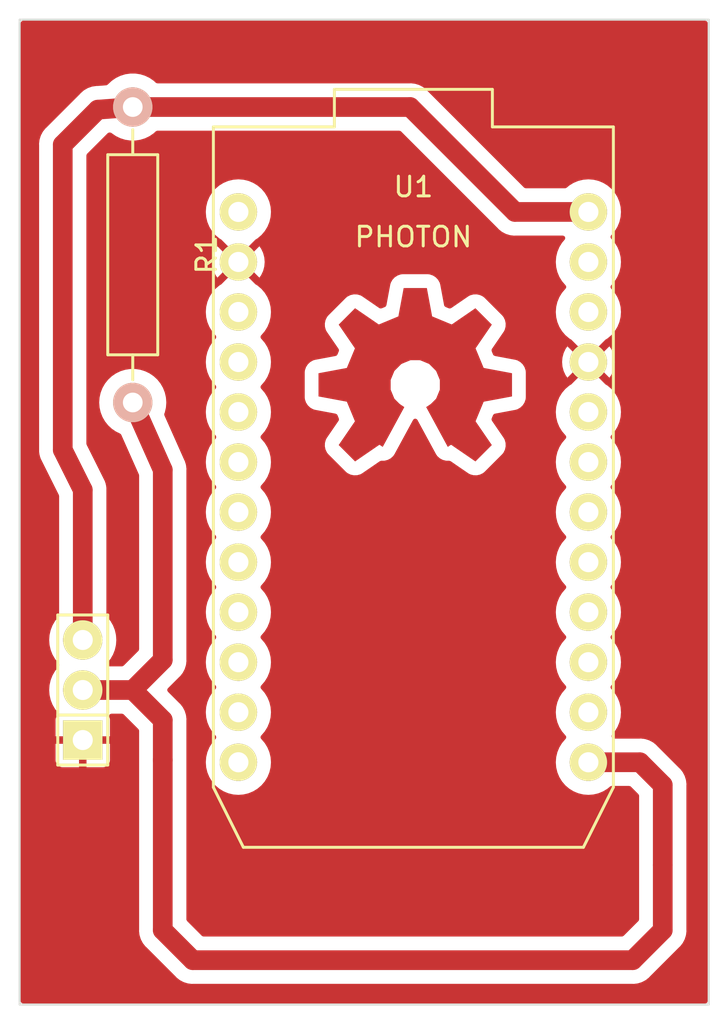
<source format=kicad_pcb>
(kicad_pcb (version 20221018) (generator pcbnew)
  (title_block (title "Photon Sensor Board") (rev "v1.1") (company "Coredump"))
  (layers (0 "F.Cu" signal) (31 "B.Cu" signal) (34 "B.Paste" user) (35 "F.Paste" user) (36 "B.SilkS" user "B.Silkscreen") (37 "F.SilkS" user "F.Silkscreen") (38 "B.Mask" user) (39 "F.Mask" user) (44 "Edge.Cuts" user))
  (net 0 "")
  (net 1 "GND")
  (net 2 "Net-(R1-Pad1)")
  (net 3 "Net-(R1-Pad2)")
  (net 4 "Net-(U1-Pad1)")
  (net 5 "Net-(U1-Pad3)")
  (net 6 "Net-(U1-Pad4)")
  (net 7 "Net-(U1-Pad5)")
  (net 8 "Net-(U1-Pad6)")
  (net 9 "Net-(U1-Pad7)")
  (net 10 "Net-(U1-Pad8)")
  (net 11 "Net-(U1-Pad9)")
  (net 12 "Net-(U1-Pad10)")
  (net 13 "Net-(U1-Pad11)")
  (net 14 "Net-(U1-Pad12)")
  (net 15 "Net-(U1-Pad23)")
  (net 16 "Net-(U1-Pad22)")
  (net 17 "Net-(U1-Pad20)")
  (net 18 "Net-(U1-Pad19)")
  (net 19 "Net-(U1-Pad18)")
  (net 20 "Net-(U1-Pad17)")
  (net 21 "Net-(U1-Pad16)")
  (net 22 "Net-(U1-Pad15)")
  (net 23 "Net-(U1-Pad14)")
  (footprint "Resistors_ThroughHole:Resistor_Horizontal_RM15mm" (layer "F.Cu") (at 115.824 81.026 -90)
    (fp_text reference "R1" (at 0 -3.74904 270) (layer "F.SilkS"))
    (fp_text value "4.7kΩ")
    (fp_line (start -6.35 0) (end -5.08 0) (stroke (width 0.15)) (layer "F.SilkS"))
    (fp_line (start -5.08 -1.27) (end -5.08 1.27) (stroke (width 0.15)) (layer "F.SilkS"))
    (fp_line (start -5.08 1.27) (end 5.08 1.27) (stroke (width 0.15)) (layer "F.SilkS"))
    (fp_line (start 5.08 -1.27) (end -5.08 -1.27) (stroke (width 0.15)) (layer "F.SilkS"))
    (fp_line (start 5.08 1.27) (end 5.08 -1.27) (stroke (width 0.15)) (layer "F.SilkS"))
    (fp_line (start 6.35 0) (end 5.08 0) (stroke (width 0.15)) (layer "F.SilkS"))
    (pad "1" thru_hole circle (at -7.5 0 270) (size 1.99898 1.99898) (drill 1.00076) (layers "*.Cu" "*.SilkS" "*.Mask") (net 2 "Net-(R1-Pad1)"))
    (pad "2" thru_hole circle (at 7.5 0 270) (size 1.99898 1.99898) (drill 1.00076) (layers "*.Cu" "*.SilkS" "*.Mask") (net 3 "Net-(R1-Pad2)"))
  )
  (footprint "PIN_ARRAY_3X1" (layer "F.Cu") (at 113.284 103.124 90)
    (fp_text reference "U2" hide)
    (fp_text value "DS18B20" hide)
    (fp_line (start -3.81 -1.27) (end 3.81 -1.27) (stroke (width 0.1524)) (layer "F.SilkS"))
    (fp_line (start -3.81 1.27) (end -3.81 -1.27) (stroke (width 0.1524)) (layer "F.SilkS"))
    (fp_line (start -1.27 -1.27) (end -1.27 1.27) (stroke (width 0.1524)) (layer "F.SilkS"))
    (fp_line (start 3.81 -1.27) (end 3.81 1.27) (stroke (width 0.1524)) (layer "F.SilkS"))
    (fp_line (start 3.81 1.27) (end -3.81 1.27) (stroke (width 0.1524)) (layer "F.SilkS"))
    (pad "1" thru_hole rect (at -2.54 0 90) (size 2 2) (drill 1.016) (layers "*.Cu" "*.Mask" "F.SilkS") (net 1 "GND"))
    (pad "2" thru_hole circle (at 0 0 90) (size 2 2) (drill 1.016) (layers "*.Cu" "*.Mask" "F.SilkS") (net 3 "Net-(R1-Pad2)"))
    (pad "3" thru_hole circle (at 2.54 0 90) (size 2 2) (drill 1.016) (layers "*.Cu" "*.Mask" "F.SilkS") (net 2 "Net-(R1-Pad1)"))
  )
  (footprint "particle:photon" (layer "F.Cu") (at 130.08 94.092)
    (fp_text reference "U1" (at 0 -16.51) (layer "F.SilkS"))
    (fp_text value "PHOTON" (at 0 -13.97) (layer "F.SilkS"))
    (fp_line (start -10.16 -19.558) (end -10.16 13.97) (stroke (width 0.15)) (layer "F.SilkS"))
    (fp_line (start -10.16 13.97) (end -8.636 17.018) (stroke (width 0.15)) (layer "F.SilkS"))
    (fp_line (start -8.636 17.018) (end 8.636 17.018) (stroke (width 0.15)) (layer "F.SilkS"))
    (fp_line (start -4.0132 -21.463) (end -4.0132 -19.558) (stroke (width 0.15)) (layer "F.SilkS"))
    (fp_line (start -4.0132 -21.463) (end 4.0132 -21.463) (stroke (width 0.15)) (layer "F.SilkS"))
    (fp_line (start -4.0132 -19.558) (end -10.16 -19.558) (stroke (width 0.15)) (layer "F.SilkS"))
    (fp_line (start 4.0132 -21.463) (end 4.0132 -19.558) (stroke (width 0.15)) (layer "F.SilkS"))
    (fp_line (start 4.0132 -19.558) (end 10.16 -19.558) (stroke (width 0.15)) (layer "F.SilkS"))
    (fp_line (start 10.16 -19.558) (end 10.16 13.97) (stroke (width 0.15)) (layer "F.SilkS"))
    (fp_line (start 10.16 13.97) (end 8.636 17.018) (stroke (width 0.15)) (layer "F.SilkS"))
    (pad "1" thru_hole circle (at -8.89 -15.24) (size 1.9 1.9) (drill 1.02) (layers "*.Cu" "*.Mask" "F.SilkS") (net 4 "Net-(U1-Pad1)"))
    (pad "2" thru_hole circle (at -8.89 -12.7) (size 1.9 1.9) (drill 1.02) (layers "*.Cu" "*.Mask" "F.SilkS") (net 1 "GND"))
    (pad "3" thru_hole circle (at -8.89 -10.16) (size 1.9 1.9) (drill 1.02) (layers "*.Cu" "*.Mask" "F.SilkS") (net 5 "Net-(U1-Pad3)"))
    (pad "4" thru_hole circle (at -8.89 -7.62) (size 1.9 1.9) (drill 1.02) (layers "*.Cu" "*.Mask" "F.SilkS") (net 6 "Net-(U1-Pad4)"))
    (pad "5" thru_hole circle (at -8.89 -5.08) (size 1.9 1.9) (drill 1.02) (layers "*.Cu" "*.Mask" "F.SilkS") (net 7 "Net-(U1-Pad5)"))
    (pad "6" thru_hole circle (at -8.89 -2.54) (size 1.9 1.9) (drill 1.02) (layers "*.Cu" "*.Mask" "F.SilkS") (net 8 "Net-(U1-Pad6)"))
    (pad "7" thru_hole circle (at -8.89 0) (size 1.9 1.9) (drill 1.02) (layers "*.Cu" "*.Mask" "F.SilkS") (net 9 "Net-(U1-Pad7)"))
    (pad "8" thru_hole circle (at -8.89 2.54) (size 1.9 1.9) (drill 1.02) (layers "*.Cu" "*.Mask" "F.SilkS") (net 10 "Net-(U1-Pad8)"))
    (pad "9" thru_hole circle (at -8.89 5.08) (size 1.9 1.9) (drill 1.02) (layers "*.Cu" "*.Mask" "F.SilkS") (net 11 "Net-(U1-Pad9)"))
    (pad "10" thru_hole circle (at -8.89 7.62) (size 1.9 1.9) (drill 1.02) (layers "*.Cu" "*.Mask" "F.SilkS") (net 12 "Net-(U1-Pad10)"))
    (pad "11" thru_hole circle (at -8.89 10.16) (size 1.9 1.9) (drill 1.02) (layers "*.Cu" "*.Mask" "F.SilkS") (net 13 "Net-(U1-Pad11)"))
    (pad "12" thru_hole circle (at -8.89 12.7) (size 1.9 1.9) (drill 1.02) (layers "*.Cu" "*.Mask" "F.SilkS") (net 14 "Net-(U1-Pad12)"))
    (pad "13" thru_hole circle (at 8.89 12.7) (size 1.9 1.9) (drill 1.02) (layers "*.Cu" "*.Mask" "F.SilkS") (net 3 "Net-(R1-Pad2)"))
    (pad "14" thru_hole circle (at 8.89 10.16) (size 1.9 1.9) (drill 1.02) (layers "*.Cu" "*.Mask" "F.SilkS") (net 23 "Net-(U1-Pad14)"))
    (pad "15" thru_hole circle (at 8.89 7.62) (size 1.9 1.9) (drill 1.02) (layers "*.Cu" "*.Mask" "F.SilkS") (net 22 "Net-(U1-Pad15)"))
    (pad "16" thru_hole circle (at 8.89 5.08) (size 1.9 1.9) (drill 1.02) (layers "*.Cu" "*.Mask" "F.SilkS") (net 21 "Net-(U1-Pad16)"))
    (pad "17" thru_hole circle (at 8.89 2.54) (size 1.9 1.9) (drill 1.02) (layers "*.Cu" "*.Mask" "F.SilkS") (net 20 "Net-(U1-Pad17)"))
    (pad "18" thru_hole circle (at 8.89 0) (size 1.9 1.9) (drill 1.02) (layers "*.Cu" "*.Mask" "F.SilkS") (net 19 "Net-(U1-Pad18)"))
    (pad "19" thru_hole circle (at 8.89 -2.54) (size 1.9 1.9) (drill 1.02) (layers "*.Cu" "*.Mask" "F.SilkS") (net 18 "Net-(U1-Pad19)"))
    (pad "20" thru_hole circle (at 8.89 -5.08) (size 1.9 1.9) (drill 1.02) (layers "*.Cu" "*.Mask" "F.SilkS") (net 17 "Net-(U1-Pad20)"))
    (pad "21" thru_hole circle (at 8.89 -7.62) (size 1.9 1.9) (drill 1.02) (layers "*.Cu" "*.Mask" "F.SilkS") (net 1 "GND"))
    (pad "22" thru_hole circle (at 8.89 -10.16) (size 1.9 1.9) (drill 1.02) (layers "*.Cu" "*.Mask" "F.SilkS") (net 16 "Net-(U1-Pad22)"))
    (pad "23" thru_hole circle (at 8.89 -12.7) (size 1.9 1.9) (drill 1.02) (layers "*.Cu" "*.Mask" "F.SilkS") (net 15 "Net-(U1-Pad23)"))
    (pad "24" thru_hole circle (at 8.89 -15.24) (size 1.9 1.9) (drill 1.02) (layers "*.Cu" "*.Mask" "F.SilkS") (net 2 "Net-(R1-Pad1)"))
  )
  (footprint "oshw:oshw-copper-10" (layer "F.Cu") (at 130.175 87.63)
    (fp_text reference "OSHW_LOGO" hide)
    (fp_text value "" hide)
    (pad "" smd trapezoid (at -4.1656 0 270) (size 1.45796 1.4986) (rect_delta 0 -0.2794) (layers "F.Cu" "F.Paste" "F.Mask"))
    (pad "" smd trapezoid (at -2.94386 -2.94386 225) (size 1.45796 1.4986) (rect_delta 0 -0.2794) (layers "F.Cu" "F.Paste" "F.Mask"))
    (pad "" smd trapezoid (at -2.94386 2.94386 315) (size 1.45796 1.4986) (rect_delta 0 -0.2794) (layers "F.Cu" "F.Paste" "F.Mask"))
    (pad "" smd trapezoid (at -2.39522 0 270) (size 1.08204 2.29108) (rect_delta 0 0.41402) (layers "F.Cu" "F.Paste" "F.Mask"))
    (pad "" smd trapezoid (at -2.21234 -0.9144 247.5) (size 1.08204 2.29108) (rect_delta 0 0.41402) (layers "F.Cu" "F.Paste" "F.Mask"))
    (pad "" smd trapezoid (at -2.21234 0.9144 292.5) (size 1.08204 2.29108) (rect_delta 0 0.41402) (layers "F.Cu" "F.Paste" "F.Mask"))
    (pad "" smd trapezoid (at -1.69164 -1.69164 225) (size 1.08204 2.29108) (rect_delta 0 0.41402) (layers "F.Cu" "F.Paste" "F.Mask"))
    (pad "" smd trapezoid (at -1.69164 1.69164 315) (size 1.08204 2.29108) (rect_delta 0 0.41402) (layers "F.Cu" "F.Paste" "F.Mask"))
    (pad "" smd trapezoid (at -1.32842 1.99136 326.3) (size 0.54102 2.29108) (rect_delta 0 0.20828) (layers "F.Cu" "F.Paste" "F.Mask"))
    (pad "" smd trapezoid (at -0.9144 -2.21234 202.5) (size 1.08204 2.29108) (rect_delta 0 0.41402) (layers "F.Cu" "F.Paste" "F.Mask"))
    (pad "" smd trapezoid (at 0 -4.1656 180) (size 1.45796 1.4986) (rect_delta 0 -0.2794) (layers "F.Cu" "F.Paste" "F.Mask"))
    (pad "" smd trapezoid (at 0 -2.39522 180) (size 1.08204 2.29108) (rect_delta 0 0.41402) (layers "F.Cu" "F.Paste" "F.Mask"))
    (pad "" smd trapezoid (at 0.9144 -2.21234 157.5) (size 1.08204 2.29108) (rect_delta 0 0.41402) (layers "F.Cu" "F.Paste" "F.Mask"))
    (pad "" smd trapezoid (at 1.32842 1.99136 33.7) (size 0.54102 2.29108) (rect_delta 0 0.20828) (layers "F.Cu" "F.Paste" "F.Mask"))
    (pad "" smd trapezoid (at 1.69164 -1.69164 135) (size 1.08204 2.29108) (rect_delta 0 0.41402) (layers "F.Cu" "F.Paste" "F.Mask"))
    (pad "" smd trapezoid (at 1.69164 1.69164 45) (size 1.08204 2.29108) (rect_delta 0 0.41402) (layers "F.Cu" "F.Paste" "F.Mask"))
    (pad "" smd trapezoid (at 2.21234 -0.9144 112.5) (size 1.08204 2.29108) (rect_delta 0 0.41402) (layers "F.Cu" "F.Paste" "F.Mask"))
    (pad "" smd trapezoid (at 2.21234 0.9144 67.5) (size 1.08204 2.29108) (rect_delta 0 0.41402) (layers "F.Cu" "F.Paste" "F.Mask"))
    (pad "" smd trapezoid (at 2.39522 0 90) (size 1.08204 2.29108) (rect_delta 0 0.41402) (layers "F.Cu" "F.Paste" "F.Mask"))
    (pad "" smd trapezoid (at 2.94386 -2.94386 135) (size 1.45796 1.4986) (rect_delta 0 -0.2794) (layers "F.Cu" "F.Paste" "F.Mask"))
    (pad "" smd trapezoid (at 2.94386 2.94386 45) (size 1.45796 1.4986) (rect_delta 0 -0.2794) (layers "F.Cu" "F.Paste" "F.Mask"))
    (pad "" smd trapezoid (at 4.1656 0 90) (size 1.45796 1.4986) (rect_delta 0 -0.2794) (layers "F.Cu" "F.Paste" "F.Mask"))
  )
  (gr_line (start 145.08 69.092) (end 145.08 119.092) (stroke (width 0.1)) (layer "Edge.Cuts"))
  (gr_line (start 110.08 119.092) (end 110.08 69.092) (stroke (width 0.1)) (layer "Edge.Cuts"))
  (gr_line (start 145.08 119.092) (end 110.08 119.092) (stroke (width 0.1)) (layer "Edge.Cuts"))
  (gr_line (start 110.08 69.092) (end 145.08 69.092) (stroke (width 0.1)) (layer "Edge.Cuts"))
  (segment (start 113.284 92.964) (end 112.268 90.932) (width 1) (layer "F.Cu") (net 2))
  (segment (start 112.268 75.438) (end 114.046 73.66) (width 1) (layer "F.Cu") (net 2))
  (segment (start 138.97 78.852) (end 135.24 78.852) (width 1) (layer "F.Cu") (net 2))
  (segment (start 129.914 73.526) (end 115.824 73.526) (width 1) (layer "F.Cu") (net 2))
  (segment (start 112.268 90.932) (end 112.268 75.438) (width 1) (layer "F.Cu") (net 2))
  (segment (start 135.24 78.852) (end 129.914 73.526) (width 1) (layer "F.Cu") (net 2))
  (segment (start 113.284 100.584) (end 113.284 92.964) (width 1) (layer "F.Cu") (net 2))
  (segment (start 115.824 73.526) (end 114.046 73.66) (width 1) (layer "F.Cu") (net 2))
  (segment (start 115.824 103.124) (end 113.284 103.124) (width 1) (layer "F.Cu") (net 3))
  (segment (start 117.348 101.6) (end 117.348 91.948) (width 1) (layer "F.Cu") (net 3))
  (segment (start 117.348 91.948) (end 115.824 88.526) (width 1) (layer "F.Cu") (net 3))
  (segment (start 117.348 104.648) (end 117.348 106.68) (width 1) (layer "F.Cu") (net 3))
  (segment (start 117.348 106.68) (end 117.348 115.316) (width 1) (layer "F.Cu") (net 3))
  (segment (start 117.348 115.316) (end 118.872 116.84) (width 1) (layer "F.Cu") (net 3))
  (segment (start 118.872 116.84) (end 141.224 116.84) (width 1) (layer "F.Cu") (net 3))
  (segment (start 141.224 116.84) (end 142.748 115.316) (width 1) (layer "F.Cu") (net 3))
  (segment (start 142.748 115.316) (end 142.748 112.014) (width 1) (layer "F.Cu") (net 3))
  (segment (start 141.59 106.792) (end 142.748 107.95) (width 1) (layer "F.Cu") (net 3))
  (segment (start 142.748 107.95) (end 142.748 112.014) (width 1) (layer "F.Cu") (net 3))
  (segment (start 138.97 106.792) (end 141.59 106.792) (width 1) (layer "F.Cu") (net 3))
  (segment (start 115.824 103.124) (end 117.348 101.6) (width 1) (layer "F.Cu") (net 3))
  (segment (start 117.348 104.648) (end 115.824 103.124) (width 1) (layer "F.Cu") (net 3))
  (segment (start 139.13 104.092) (end 138.97 104.252) (width 0.254) (layer "F.Cu") (net 23))
  (zone (net 1) (net_name "GND") (layer "F.Cu") (connect_pads (clearance 0.381)) (min_thickness 0.254) (fill yes (thermal_gap 0.381) (thermal_bridge_width 0.381))
    (polygon (pts (xy 109.08 68.092) (xy 146.08 68.092) (xy 146.08 120.092) (xy 109.08 120.092)))
  )
)
</source>
